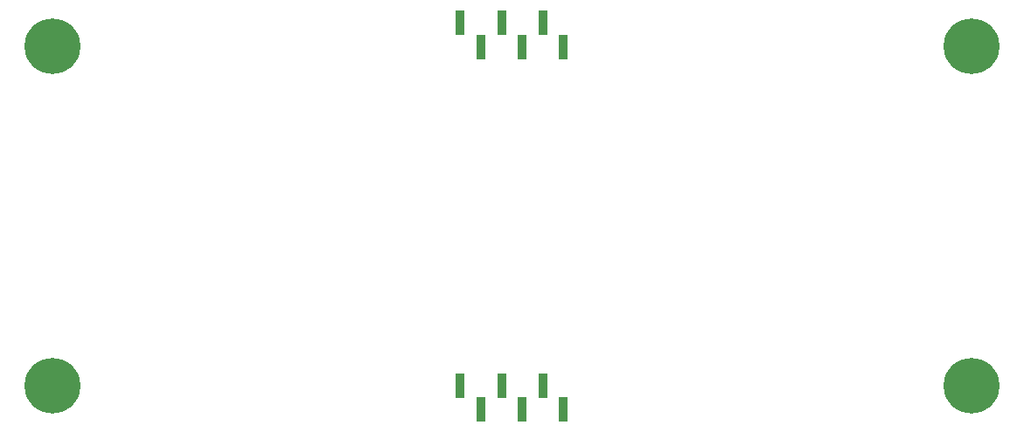
<source format=gbs>
G04 #@! TF.GenerationSoftware,KiCad,Pcbnew,(6.0.2-0)*
G04 #@! TF.CreationDate,2022-12-29T00:03:26+01:00*
G04 #@! TF.ProjectId,nixie-panel,6e697869-652d-4706-916e-656c2e6b6963,rev?*
G04 #@! TF.SameCoordinates,Original*
G04 #@! TF.FileFunction,Soldermask,Bot*
G04 #@! TF.FilePolarity,Negative*
%FSLAX46Y46*%
G04 Gerber Fmt 4.6, Leading zero omitted, Abs format (unit mm)*
G04 Created by KiCad (PCBNEW (6.0.2-0)) date 2022-12-29 00:03:26*
%MOMM*%
%LPD*%
G01*
G04 APERTURE LIST*
%ADD10C,0.800000*%
%ADD11C,5.400000*%
%ADD12R,0.850000X2.350000*%
G04 APERTURE END LIST*
D10*
G04 #@! TO.C,REF\u002A\u002A*
X105100000Y-56575000D03*
X103075000Y-58600000D03*
X105100000Y-60625000D03*
X106531891Y-57168109D03*
X103668109Y-60031891D03*
X107125000Y-58600000D03*
X106531891Y-60031891D03*
D11*
X105100000Y-58600000D03*
D10*
X103668109Y-57168109D03*
G04 #@! TD*
G04 #@! TO.C,REF\u002A\u002A*
X103668109Y-27031891D03*
X106531891Y-24168109D03*
X103075000Y-25600000D03*
D11*
X105100000Y-25600000D03*
D10*
X105100000Y-23575000D03*
X106531891Y-27031891D03*
X107125000Y-25600000D03*
X103668109Y-24168109D03*
X105100000Y-27625000D03*
G04 #@! TD*
G04 #@! TO.C,REF\u002A\u002A*
X16100000Y-56575000D03*
X17531891Y-60031891D03*
X14075000Y-58600000D03*
D11*
X16100000Y-58600000D03*
D10*
X14668109Y-60031891D03*
X17531891Y-57168109D03*
X18125000Y-58600000D03*
X16100000Y-60625000D03*
X14668109Y-57168109D03*
G04 #@! TD*
G04 #@! TO.C,REF\u002A\u002A*
X14668109Y-27031891D03*
X17531891Y-24168109D03*
X16100000Y-23575000D03*
X17531891Y-27031891D03*
D11*
X16100000Y-25600000D03*
D10*
X14075000Y-25600000D03*
X16100000Y-27625000D03*
X18125000Y-25600000D03*
X14668109Y-24168109D03*
G04 #@! TD*
D12*
G04 #@! TO.C,J1*
X55600000Y-23325000D03*
X57600000Y-25675000D03*
X59600000Y-23325000D03*
X61600000Y-25675000D03*
X63600000Y-23325000D03*
X65600000Y-25675000D03*
G04 #@! TD*
G04 #@! TO.C,J2*
X65600000Y-60875000D03*
X63600000Y-58525000D03*
X61600000Y-60875000D03*
X59600000Y-58525000D03*
X57600000Y-60875000D03*
X55600000Y-58525000D03*
G04 #@! TD*
M02*

</source>
